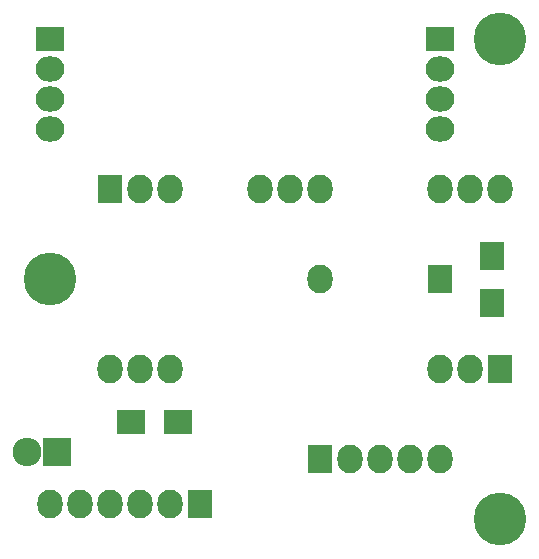
<source format=gbs>
G04 #@! TF.FileFunction,Soldermask,Bot*
%FSLAX46Y46*%
G04 Gerber Fmt 4.6, Leading zero omitted, Abs format (unit mm)*
G04 Created by KiCad (PCBNEW 4.0.1-stable) date 17/06/2016 16:01:18*
%MOMM*%
G01*
G04 APERTURE LIST*
%ADD10C,0.100000*%
%ADD11R,2.127200X2.432000*%
%ADD12O,2.127200X2.432000*%
%ADD13R,2.432000X2.127200*%
%ADD14O,2.432000X2.127200*%
%ADD15R,2.100000X2.400000*%
%ADD16R,2.400000X2.100000*%
%ADD17C,4.464000*%
%ADD18R,2.432000X2.432000*%
%ADD19O,2.432000X2.432000*%
G04 APERTURE END LIST*
D10*
D11*
X43180000Y17145000D03*
D12*
X40640000Y17145000D03*
X38100000Y17145000D03*
X15240000Y17145000D03*
X12700000Y17145000D03*
X10160000Y17145000D03*
D11*
X38100000Y24765000D03*
D12*
X27940000Y24765000D03*
D11*
X10160000Y32385000D03*
D12*
X12700000Y32385000D03*
X15240000Y32385000D03*
X22860000Y32385000D03*
X25400000Y32385000D03*
X27940000Y32385000D03*
X38100000Y32385000D03*
X40640000Y32385000D03*
X43180000Y32385000D03*
D13*
X5080000Y45085000D03*
D14*
X5080000Y42545000D03*
X5080000Y40005000D03*
X5080000Y37465000D03*
D13*
X38100000Y45085000D03*
D14*
X38100000Y42545000D03*
X38100000Y40005000D03*
X38100000Y37465000D03*
D11*
X27940000Y9525000D03*
D12*
X30480000Y9525000D03*
X33020000Y9525000D03*
X35560000Y9525000D03*
X38100000Y9525000D03*
D15*
X42545000Y26765000D03*
X42545000Y22765000D03*
D16*
X11970000Y12700000D03*
X15970000Y12700000D03*
D17*
X43180000Y4445000D03*
X5080000Y24765000D03*
D11*
X17780000Y5715000D03*
D12*
X15240000Y5715000D03*
X12700000Y5715000D03*
X10160000Y5715000D03*
X7620000Y5715000D03*
X5080000Y5715000D03*
D17*
X43180000Y45085000D03*
D18*
X5715000Y10160000D03*
D19*
X3175000Y10160000D03*
M02*

</source>
